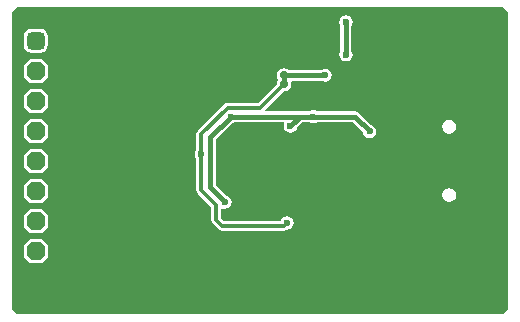
<source format=gbl>
G04*
G04 #@! TF.GenerationSoftware,Altium Limited,Altium Designer,24.3.1 (35)*
G04*
G04 Layer_Physical_Order=2*
G04 Layer_Color=16711680*
%FSLAX25Y25*%
%MOIN*%
G70*
G04*
G04 #@! TF.SameCoordinates,57CFF2C1-F6F0-495B-A43E-250286006A87*
G04*
G04*
G04 #@! TF.FilePolarity,Positive*
G04*
G01*
G75*
G04:AMPARAMS|DCode=50|XSize=39.37mil|YSize=82.68mil|CornerRadius=19.68mil|HoleSize=0mil|Usage=FLASHONLY|Rotation=90.000|XOffset=0mil|YOffset=0mil|HoleType=Round|Shape=RoundedRectangle|*
%AMROUNDEDRECTD50*
21,1,0.03937,0.04331,0,0,90.0*
21,1,0.00000,0.08268,0,0,90.0*
1,1,0.03937,0.02165,0.00000*
1,1,0.03937,0.02165,0.00000*
1,1,0.03937,-0.02165,0.00000*
1,1,0.03937,-0.02165,0.00000*
%
%ADD50ROUNDEDRECTD50*%
G04:AMPARAMS|DCode=51|XSize=39.37mil|YSize=70.87mil|CornerRadius=19.68mil|HoleSize=0mil|Usage=FLASHONLY|Rotation=90.000|XOffset=0mil|YOffset=0mil|HoleType=Round|Shape=RoundedRectangle|*
%AMROUNDEDRECTD51*
21,1,0.03937,0.03150,0,0,90.0*
21,1,0.00000,0.07087,0,0,90.0*
1,1,0.03937,0.01575,0.00000*
1,1,0.03937,0.01575,0.00000*
1,1,0.03937,-0.01575,0.00000*
1,1,0.03937,-0.01575,0.00000*
%
%ADD51ROUNDEDRECTD51*%
%ADD56C,0.01575*%
%ADD57C,0.01181*%
G04:AMPARAMS|DCode=59|XSize=59.06mil|YSize=59.06mil|CornerRadius=0mil|HoleSize=0mil|Usage=FLASHONLY|Rotation=270.000|XOffset=0mil|YOffset=0mil|HoleType=Round|Shape=Octagon|*
%AMOCTAGOND59*
4,1,8,-0.01476,-0.02953,0.01476,-0.02953,0.02953,-0.01476,0.02953,0.01476,0.01476,0.02953,-0.01476,0.02953,-0.02953,0.01476,-0.02953,-0.01476,-0.01476,-0.02953,0.0*
%
%ADD59OCTAGOND59*%

G04:AMPARAMS|DCode=60|XSize=59.06mil|YSize=59.06mil|CornerRadius=14.76mil|HoleSize=0mil|Usage=FLASHONLY|Rotation=270.000|XOffset=0mil|YOffset=0mil|HoleType=Round|Shape=RoundedRectangle|*
%AMROUNDEDRECTD60*
21,1,0.05906,0.02953,0,0,270.0*
21,1,0.02953,0.05906,0,0,270.0*
1,1,0.02953,-0.01476,-0.01476*
1,1,0.02953,-0.01476,0.01476*
1,1,0.02953,0.01476,0.01476*
1,1,0.02953,0.01476,-0.01476*
%
%ADD60ROUNDEDRECTD60*%
%ADD61C,0.02756*%
%ADD62C,0.02400*%
%ADD63C,0.02362*%
G36*
X169257Y104654D02*
Y5582D01*
X167647Y3971D01*
X5582D01*
X3971Y5582D01*
Y104654D01*
X5582Y106265D01*
X167647D01*
X169257Y104654D01*
D02*
G37*
%LPC*%
G36*
X13287Y99119D02*
X10335D01*
X9368Y98927D01*
X8549Y98380D01*
X8002Y97561D01*
X7810Y96595D01*
Y93642D01*
X8002Y92676D01*
X8549Y91856D01*
X9368Y91309D01*
X10335Y91117D01*
X13287D01*
X14254Y91309D01*
X15073Y91856D01*
X15620Y92676D01*
X15812Y93642D01*
Y96595D01*
X15620Y97561D01*
X15073Y98380D01*
X14254Y98927D01*
X13287Y99119D01*
D02*
G37*
G36*
X115157Y103602D02*
X114306Y103433D01*
X113585Y102950D01*
X113103Y102229D01*
X112934Y101378D01*
X113103Y100527D01*
X113335Y100180D01*
Y91750D01*
X113103Y91402D01*
X112934Y90551D01*
X113103Y89700D01*
X113585Y88979D01*
X114306Y88497D01*
X115157Y88327D01*
X116008Y88497D01*
X116730Y88979D01*
X117212Y89700D01*
X117381Y90551D01*
X117212Y91402D01*
X116980Y91750D01*
Y100180D01*
X117212Y100527D01*
X117381Y101378D01*
X117212Y102229D01*
X116730Y102950D01*
X116008Y103433D01*
X115157Y103602D01*
D02*
G37*
G36*
X94488Y86086D02*
X93560Y85901D01*
X92774Y85376D01*
X92248Y84589D01*
X92064Y83661D01*
X92248Y82734D01*
X92615Y82185D01*
X92248Y81637D01*
X92064Y80709D01*
X92085Y80599D01*
X85942Y74456D01*
X75787D01*
X75167Y74333D01*
X74641Y73981D01*
X65782Y65123D01*
X65431Y64597D01*
X65307Y63976D01*
Y58798D01*
X64875Y58150D01*
X64705Y57299D01*
X64875Y56448D01*
X65307Y55800D01*
Y45276D01*
X65431Y44655D01*
X65782Y44129D01*
X70229Y39683D01*
Y35433D01*
X70352Y34813D01*
X70704Y34286D01*
X72672Y32318D01*
X73198Y31966D01*
X73819Y31843D01*
X94488D01*
X95109Y31966D01*
X95506Y32232D01*
X96324Y32394D01*
X97045Y32876D01*
X97527Y33598D01*
X97696Y34449D01*
X97527Y35300D01*
X97045Y36021D01*
X96324Y36503D01*
X95472Y36673D01*
X94621Y36503D01*
X93900Y36021D01*
X93418Y35300D01*
X93375Y35086D01*
X74491D01*
X73472Y36105D01*
Y39026D01*
X73883Y39289D01*
X73972Y39280D01*
X74803Y39115D01*
X75654Y39284D01*
X76376Y39766D01*
X76858Y40488D01*
X77027Y41339D01*
X76858Y42190D01*
X76376Y42911D01*
X75654Y43393D01*
X75244Y43475D01*
X71704Y47015D01*
Y62237D01*
X77213Y67746D01*
X77623Y67827D01*
X77970Y68059D01*
X94379D01*
X94614Y67619D01*
X94568Y67549D01*
X94398Y66698D01*
X94568Y65847D01*
X95050Y65125D01*
X95771Y64643D01*
X96622Y64474D01*
X97473Y64643D01*
X98195Y65125D01*
X98677Y65847D01*
X98758Y66256D01*
X100561Y68059D01*
X103132D01*
X103480Y67827D01*
X104331Y67658D01*
X105182Y67827D01*
X105529Y68059D01*
X117355D01*
X120895Y64519D01*
X120977Y64110D01*
X121459Y63388D01*
X122180Y62906D01*
X123031Y62737D01*
X123882Y62906D01*
X124604Y63388D01*
X125086Y64110D01*
X125255Y64961D01*
X125086Y65812D01*
X124604Y66533D01*
X123882Y67015D01*
X123473Y67097D01*
X119399Y71171D01*
X118808Y71566D01*
X118110Y71704D01*
X118110Y71704D01*
X105529D01*
X105182Y71936D01*
X104331Y72106D01*
X103480Y71936D01*
X103132Y71704D01*
X88431D01*
X88239Y72166D01*
X94379Y78306D01*
X94488Y78284D01*
X95416Y78469D01*
X96203Y78994D01*
X96728Y79781D01*
X96913Y80709D01*
X96787Y81339D01*
X97148Y81839D01*
X107069D01*
X107417Y81607D01*
X108268Y81438D01*
X109119Y81607D01*
X109840Y82089D01*
X110322Y82810D01*
X110492Y83661D01*
X110322Y84512D01*
X109840Y85234D01*
X109119Y85716D01*
X108268Y85885D01*
X107417Y85716D01*
X107069Y85484D01*
X96041D01*
X95416Y85901D01*
X94488Y86086D01*
D02*
G37*
G36*
X13787Y89071D02*
X9835D01*
X7858Y87094D01*
Y83142D01*
X9835Y81165D01*
X13787D01*
X15764Y83142D01*
Y87094D01*
X13787Y89071D01*
D02*
G37*
G36*
Y79071D02*
X9835D01*
X7858Y77095D01*
Y73142D01*
X9835Y71165D01*
X13787D01*
X15764Y73142D01*
Y77095D01*
X13787Y79071D01*
D02*
G37*
G36*
X149547Y68820D02*
X148658Y68643D01*
X147904Y68139D01*
X147400Y67386D01*
X147223Y66496D01*
X147400Y65607D01*
X147904Y64853D01*
X148658Y64349D01*
X149547Y64172D01*
X150437Y64349D01*
X151191Y64853D01*
X151695Y65607D01*
X151871Y66496D01*
X151695Y67386D01*
X151191Y68139D01*
X150437Y68643D01*
X149547Y68820D01*
D02*
G37*
G36*
X13787Y69071D02*
X9835D01*
X7858Y67094D01*
Y63142D01*
X9835Y61165D01*
X13787D01*
X15764Y63142D01*
Y67094D01*
X13787Y69071D01*
D02*
G37*
G36*
Y59071D02*
X9835D01*
X7858Y57095D01*
Y53142D01*
X9835Y51165D01*
X13787D01*
X15764Y53142D01*
Y57095D01*
X13787Y59071D01*
D02*
G37*
G36*
X149547Y46064D02*
X148658Y45887D01*
X147904Y45384D01*
X147400Y44630D01*
X147223Y43740D01*
X147400Y42851D01*
X147904Y42097D01*
X148658Y41593D01*
X149547Y41416D01*
X150437Y41593D01*
X151191Y42097D01*
X151695Y42851D01*
X151871Y43740D01*
X151695Y44630D01*
X151191Y45384D01*
X150437Y45887D01*
X149547Y46064D01*
D02*
G37*
G36*
X13787Y49071D02*
X9835D01*
X7858Y47095D01*
Y43142D01*
X9835Y41165D01*
X13787D01*
X15764Y43142D01*
Y47095D01*
X13787Y49071D01*
D02*
G37*
G36*
Y39071D02*
X9835D01*
X7858Y37095D01*
Y33142D01*
X9835Y31165D01*
X13787D01*
X15764Y33142D01*
Y37095D01*
X13787Y39071D01*
D02*
G37*
G36*
Y29071D02*
X9835D01*
X7858Y27095D01*
Y23142D01*
X9835Y21165D01*
X13787D01*
X15764Y23142D01*
Y27095D01*
X13787Y29071D01*
D02*
G37*
%LPD*%
D50*
X147579Y72126D02*
D03*
Y38110D02*
D03*
D51*
X164035Y72126D02*
D03*
Y38110D02*
D03*
D56*
X115157Y90551D02*
Y101378D01*
X94488Y83661D02*
X108268D01*
X96622Y66698D02*
X99410Y69485D01*
X94488Y80709D02*
Y83661D01*
X99410Y69882D02*
X104331D01*
X76772D02*
X99410D01*
Y69485D02*
Y69882D01*
X69882Y46260D02*
Y62992D01*
X76772Y69882D01*
X104331D02*
X118110D01*
X123031Y64961D01*
X69882Y46260D02*
X74803Y41339D01*
D57*
X94488Y33465D02*
X95472Y34449D01*
X73819Y33465D02*
X94488D01*
X86614Y72835D02*
X94488Y80709D01*
X71850Y35433D02*
X73819Y33465D01*
X71850Y35433D02*
Y40354D01*
X66929Y45276D02*
X71850Y40354D01*
X66929Y57299D02*
Y63976D01*
X75787Y72835D02*
X86614D01*
X66929Y63976D02*
X75787Y72835D01*
X66929Y45276D02*
Y57299D01*
D59*
X11811Y25118D02*
D03*
Y35118D02*
D03*
Y55118D02*
D03*
Y65118D02*
D03*
Y75118D02*
D03*
Y85118D02*
D03*
Y45118D02*
D03*
Y15118D02*
D03*
D60*
Y95118D02*
D03*
D61*
X31496Y17717D02*
D03*
X30699Y56693D02*
D03*
Y76772D02*
D03*
X30709Y94488D02*
D03*
X24606Y46260D02*
D03*
X24606Y26575D02*
D03*
X30709Y36614D02*
D03*
X94488Y80709D02*
D03*
X121063Y24606D02*
D03*
X126969Y59055D02*
D03*
X104331Y79724D02*
D03*
X142717Y42323D02*
D03*
X42323Y94488D02*
D03*
X43307Y54134D02*
D03*
Y74803D02*
D03*
X42323Y34449D02*
D03*
X24606Y86614D02*
D03*
Y66929D02*
D03*
X104331Y76772D02*
D03*
X94488Y83661D02*
D03*
X142717Y67913D02*
D03*
X126969Y42323D02*
D03*
X57087Y58071D02*
D03*
X63976Y69882D02*
D03*
D62*
X94882Y51772D02*
D03*
X90551D02*
D03*
X86221D02*
D03*
X94882Y56102D02*
D03*
X90551D02*
D03*
X86221D02*
D03*
X94882Y60433D02*
D03*
X90551D02*
D03*
X86221D02*
D03*
D63*
X95472Y34449D02*
D03*
X115157Y90551D02*
D03*
X108268Y83661D02*
D03*
X115157Y101378D02*
D03*
Y66929D02*
D03*
X85630Y90551D02*
D03*
X75787Y85630D02*
D03*
X76772Y69882D02*
D03*
X96622Y66698D02*
D03*
X117126Y58071D02*
D03*
X104331Y69882D02*
D03*
X74803Y36417D02*
D03*
Y41339D02*
D03*
X123031Y64961D02*
D03*
X92520Y29528D02*
D03*
X115157Y42323D02*
D03*
X66929Y57299D02*
D03*
M02*

</source>
